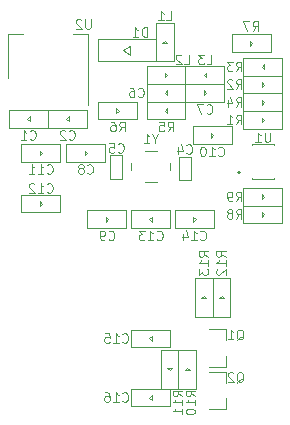
<source format=gbo>
G04 #@! TF.GenerationSoftware,KiCad,Pcbnew,(5.1.10-1-10_14)*
G04 #@! TF.CreationDate,2021-12-01T23:12:48+09:00*
G04 #@! TF.ProjectId,DBG-ESP32,4442472d-4553-4503-9332-2e6b69636164,V1.0*
G04 #@! TF.SameCoordinates,Original*
G04 #@! TF.FileFunction,Legend,Bot*
G04 #@! TF.FilePolarity,Positive*
%FSLAX46Y46*%
G04 Gerber Fmt 4.6, Leading zero omitted, Abs format (unit mm)*
G04 Created by KiCad (PCBNEW (5.1.10-1-10_14)) date 2021-12-01 23:12:48*
%MOMM*%
%LPD*%
G01*
G04 APERTURE LIST*
%ADD10C,0.120000*%
%ADD11C,0.200000*%
G04 APERTURE END LIST*
D10*
X-3850000Y7950000D02*
X-3850000Y6450000D01*
X-7150000Y7950000D02*
X-7150000Y6450000D01*
X-3850000Y7950000D02*
X-7150000Y7950000D01*
X-3850000Y6450000D02*
X-7150000Y6450000D01*
X-5600000Y7400000D02*
X-5600000Y7000000D01*
X-5600000Y7000000D02*
X-5400000Y7200000D01*
X-5400000Y7200000D02*
X-5600000Y7400000D01*
X500000Y4750000D02*
X-500000Y4750000D01*
X-1650000Y5750000D02*
X-1650000Y6350000D01*
X-500000Y7350000D02*
X500000Y7350000D01*
X1650000Y6350000D02*
X1650000Y5750000D01*
X-12110000Y17310000D02*
X-10850000Y17310000D01*
X-5290000Y17310000D02*
X-6550000Y17310000D01*
X-12110000Y13550000D02*
X-12110000Y17310000D01*
X-5290000Y11300000D02*
X-5290000Y17310000D01*
D11*
X7600000Y5550000D02*
G75*
G03*
X7600000Y5550000I-100000J0D01*
G01*
D10*
X10450000Y5100000D02*
X10450000Y5000000D01*
X10450000Y5000000D02*
X8550000Y5000000D01*
X8550000Y5000000D02*
X8550000Y5100000D01*
X8550000Y7900000D02*
X8550000Y8000000D01*
X8550000Y8000000D02*
X10450000Y8000000D01*
X10450000Y8000000D02*
X10450000Y7900000D01*
X3750000Y-3350000D02*
X5250000Y-3350000D01*
X3750000Y-6650000D02*
X5250000Y-6650000D01*
X3750000Y-3350000D02*
X3750000Y-6650000D01*
X5250000Y-3350000D02*
X5250000Y-6650000D01*
X4300000Y-5100000D02*
X4700000Y-5100000D01*
X4700000Y-5100000D02*
X4500000Y-4900000D01*
X4500000Y-4900000D02*
X4300000Y-5100000D01*
X5250000Y-3350000D02*
X6750000Y-3350000D01*
X5250000Y-6650000D02*
X6750000Y-6650000D01*
X5250000Y-3350000D02*
X5250000Y-6650000D01*
X6750000Y-3350000D02*
X6750000Y-6650000D01*
X5800000Y-5100000D02*
X6200000Y-5100000D01*
X6200000Y-5100000D02*
X6000000Y-4900000D01*
X6000000Y-4900000D02*
X5800000Y-5100000D01*
X2350000Y-12750000D02*
X850000Y-12750000D01*
X2350000Y-9450000D02*
X850000Y-9450000D01*
X2350000Y-12750000D02*
X2350000Y-9450000D01*
X850000Y-12750000D02*
X850000Y-9450000D01*
X1800000Y-11000000D02*
X1400000Y-11000000D01*
X1400000Y-11000000D02*
X1600000Y-11200000D01*
X1600000Y-11200000D02*
X1800000Y-11000000D01*
X2350000Y-9450000D02*
X3850000Y-9450000D01*
X2350000Y-12750000D02*
X3850000Y-12750000D01*
X2350000Y-9450000D02*
X2350000Y-12750000D01*
X3850000Y-9450000D02*
X3850000Y-12750000D01*
X2900000Y-11200000D02*
X3300000Y-11200000D01*
X3300000Y-11200000D02*
X3100000Y-11000000D01*
X3100000Y-11000000D02*
X2900000Y-11200000D01*
X11150000Y4250000D02*
X11150000Y2750000D01*
X7850000Y4250000D02*
X7850000Y2750000D01*
X11150000Y4250000D02*
X7850000Y4250000D01*
X11150000Y2750000D02*
X7850000Y2750000D01*
X9400000Y3700000D02*
X9400000Y3300000D01*
X9400000Y3300000D02*
X9600000Y3500000D01*
X9600000Y3500000D02*
X9400000Y3700000D01*
X11150000Y2750000D02*
X11150000Y1250000D01*
X7850000Y2750000D02*
X7850000Y1250000D01*
X11150000Y2750000D02*
X7850000Y2750000D01*
X11150000Y1250000D02*
X7850000Y1250000D01*
X9400000Y2200000D02*
X9400000Y1800000D01*
X9400000Y1800000D02*
X9600000Y2000000D01*
X9600000Y2000000D02*
X9400000Y2200000D01*
X10150000Y17250000D02*
X10150000Y15750000D01*
X6850000Y17250000D02*
X6850000Y15750000D01*
X10150000Y17250000D02*
X6850000Y17250000D01*
X10150000Y15750000D02*
X6850000Y15750000D01*
X8400000Y16700000D02*
X8400000Y16300000D01*
X8400000Y16300000D02*
X8600000Y16500000D01*
X8600000Y16500000D02*
X8400000Y16700000D01*
X-1150000Y11550000D02*
X-1150000Y10050000D01*
X-4450000Y11550000D02*
X-4450000Y10050000D01*
X-1150000Y11550000D02*
X-4450000Y11550000D01*
X-1150000Y10050000D02*
X-4450000Y10050000D01*
X-2900000Y11000000D02*
X-2900000Y10600000D01*
X-2900000Y10600000D02*
X-2700000Y10800000D01*
X-2700000Y10800000D02*
X-2900000Y11000000D01*
X-350000Y10050000D02*
X-350000Y11550000D01*
X2950000Y10050000D02*
X2950000Y11550000D01*
X-350000Y10050000D02*
X2950000Y10050000D01*
X-350000Y11550000D02*
X2950000Y11550000D01*
X1400000Y10600000D02*
X1400000Y11000000D01*
X1400000Y11000000D02*
X1200000Y10800000D01*
X1200000Y10800000D02*
X1400000Y10600000D01*
X11150000Y12250000D02*
X11150000Y10750000D01*
X7850000Y12250000D02*
X7850000Y10750000D01*
X11150000Y12250000D02*
X7850000Y12250000D01*
X11150000Y10750000D02*
X7850000Y10750000D01*
X9400000Y11700000D02*
X9400000Y11300000D01*
X9400000Y11300000D02*
X9600000Y11500000D01*
X9600000Y11500000D02*
X9400000Y11700000D01*
X7850000Y13750000D02*
X7850000Y15250000D01*
X11150000Y13750000D02*
X11150000Y15250000D01*
X7850000Y13750000D02*
X11150000Y13750000D01*
X7850000Y15250000D02*
X11150000Y15250000D01*
X9600000Y14300000D02*
X9600000Y14700000D01*
X9600000Y14700000D02*
X9400000Y14500000D01*
X9400000Y14500000D02*
X9600000Y14300000D01*
X11150000Y13750000D02*
X11150000Y12250000D01*
X7850000Y13750000D02*
X7850000Y12250000D01*
X11150000Y13750000D02*
X7850000Y13750000D01*
X11150000Y12250000D02*
X7850000Y12250000D01*
X9400000Y13200000D02*
X9400000Y12800000D01*
X9400000Y12800000D02*
X9600000Y13000000D01*
X9600000Y13000000D02*
X9400000Y13200000D01*
X11150000Y10750000D02*
X11150000Y9250000D01*
X7850000Y10750000D02*
X7850000Y9250000D01*
X11150000Y10750000D02*
X7850000Y10750000D01*
X11150000Y9250000D02*
X7850000Y9250000D01*
X9400000Y10200000D02*
X9400000Y9800000D01*
X9400000Y9800000D02*
X9600000Y10000000D01*
X9600000Y10000000D02*
X9400000Y10200000D01*
X6360000Y-11320000D02*
X6360000Y-12250000D01*
X6360000Y-14480000D02*
X6360000Y-13550000D01*
X6360000Y-14480000D02*
X4900000Y-14480000D01*
X6360000Y-11320000D02*
X4900000Y-11320000D01*
X6360000Y-7720000D02*
X6360000Y-8650000D01*
X6360000Y-10880000D02*
X6360000Y-9950000D01*
X6360000Y-10880000D02*
X4900000Y-10880000D01*
X6360000Y-7720000D02*
X4900000Y-7720000D01*
X2950000Y13050000D02*
X2950000Y14550000D01*
X6250000Y13050000D02*
X6250000Y14550000D01*
X2950000Y13050000D02*
X6250000Y13050000D01*
X2950000Y14550000D02*
X6250000Y14550000D01*
X4700000Y13600000D02*
X4700000Y14000000D01*
X4700000Y14000000D02*
X4500000Y13800000D01*
X4500000Y13800000D02*
X4700000Y13600000D01*
X2950000Y14550000D02*
X2950000Y13050000D01*
X-350000Y14550000D02*
X-350000Y13050000D01*
X2950000Y14550000D02*
X-350000Y14550000D01*
X2950000Y13050000D02*
X-350000Y13050000D01*
X1200000Y14000000D02*
X1200000Y13600000D01*
X1200000Y13600000D02*
X1400000Y13800000D01*
X1400000Y13800000D02*
X1200000Y14000000D01*
X450000Y18250000D02*
X1950000Y18250000D01*
X450000Y14950000D02*
X1950000Y14950000D01*
X450000Y18250000D02*
X450000Y14950000D01*
X1950000Y18250000D02*
X1950000Y14950000D01*
X1000000Y16500000D02*
X1400000Y16500000D01*
X1400000Y16500000D02*
X1200000Y16700000D01*
X1200000Y16700000D02*
X1000000Y16500000D01*
X-4450000Y14950000D02*
X-4450000Y16850000D01*
X-4450000Y16850000D02*
X450000Y16850000D01*
X-4450000Y14950000D02*
X450000Y14950000D01*
X450000Y14950000D02*
X450000Y16850000D01*
X-1750000Y15500000D02*
X-1750000Y16300000D01*
X-1750000Y16300000D02*
X-2350000Y15900000D01*
X-2350000Y15900000D02*
X-1750000Y15500000D01*
X-1650000Y-14250000D02*
X-1650000Y-12750000D01*
X1650000Y-14250000D02*
X1650000Y-12750000D01*
X-1650000Y-14250000D02*
X1650000Y-14250000D01*
X-1650000Y-12750000D02*
X1650000Y-12750000D01*
X100000Y-13700000D02*
X100000Y-13300000D01*
X100000Y-13300000D02*
X-100000Y-13500000D01*
X-100000Y-13500000D02*
X100000Y-13700000D01*
X-1650000Y-9250000D02*
X-1650000Y-7750000D01*
X1650000Y-9250000D02*
X1650000Y-7750000D01*
X-1650000Y-9250000D02*
X1650000Y-9250000D01*
X-1650000Y-7750000D02*
X1650000Y-7750000D01*
X100000Y-8700000D02*
X100000Y-8300000D01*
X100000Y-8300000D02*
X-100000Y-8500000D01*
X-100000Y-8500000D02*
X100000Y-8700000D01*
X5350000Y2350000D02*
X5350000Y850000D01*
X2050000Y2350000D02*
X2050000Y850000D01*
X5350000Y2350000D02*
X2050000Y2350000D01*
X5350000Y850000D02*
X2050000Y850000D01*
X3600000Y1800000D02*
X3600000Y1400000D01*
X3600000Y1400000D02*
X3800000Y1600000D01*
X3800000Y1600000D02*
X3600000Y1800000D01*
X-1650000Y850000D02*
X-1650000Y2350000D01*
X1650000Y850000D02*
X1650000Y2350000D01*
X-1650000Y850000D02*
X1650000Y850000D01*
X-1650000Y2350000D02*
X1650000Y2350000D01*
X100000Y1400000D02*
X100000Y1800000D01*
X100000Y1800000D02*
X-100000Y1600000D01*
X-100000Y1600000D02*
X100000Y1400000D01*
X-7650000Y3671000D02*
X-7650000Y2171000D01*
X-10950000Y3671000D02*
X-10950000Y2171000D01*
X-7650000Y3671000D02*
X-10950000Y3671000D01*
X-7650000Y2171000D02*
X-10950000Y2171000D01*
X-9400000Y3121000D02*
X-9400000Y2721000D01*
X-9400000Y2721000D02*
X-9200000Y2921000D01*
X-9200000Y2921000D02*
X-9400000Y3121000D01*
X-7650000Y7950000D02*
X-7650000Y6450000D01*
X-10950000Y7950000D02*
X-10950000Y6450000D01*
X-7650000Y7950000D02*
X-10950000Y7950000D01*
X-7650000Y6450000D02*
X-10950000Y6450000D01*
X-9400000Y7400000D02*
X-9400000Y7000000D01*
X-9400000Y7000000D02*
X-9200000Y7200000D01*
X-9200000Y7200000D02*
X-9400000Y7400000D01*
X6850000Y9450000D02*
X6850000Y7950000D01*
X3550000Y9450000D02*
X3550000Y7950000D01*
X6850000Y9450000D02*
X3550000Y9450000D01*
X6850000Y7950000D02*
X3550000Y7950000D01*
X5100000Y8900000D02*
X5100000Y8500000D01*
X5100000Y8500000D02*
X5300000Y8700000D01*
X5300000Y8700000D02*
X5100000Y8900000D01*
X-2050000Y2350000D02*
X-2050000Y850000D01*
X-5350000Y2350000D02*
X-5350000Y850000D01*
X-2050000Y2350000D02*
X-5350000Y2350000D01*
X-2050000Y850000D02*
X-5350000Y850000D01*
X-3800000Y1800000D02*
X-3800000Y1400000D01*
X-3800000Y1400000D02*
X-3600000Y1600000D01*
X-3600000Y1600000D02*
X-3800000Y1800000D01*
X6250000Y13050000D02*
X6250000Y11550000D01*
X2950000Y13050000D02*
X2950000Y11550000D01*
X6250000Y13050000D02*
X2950000Y13050000D01*
X6250000Y11550000D02*
X2950000Y11550000D01*
X4500000Y12500000D02*
X4500000Y12100000D01*
X4500000Y12100000D02*
X4700000Y12300000D01*
X4700000Y12300000D02*
X4500000Y12500000D01*
X-350000Y11550000D02*
X-350000Y13050000D01*
X2950000Y11550000D02*
X2950000Y13050000D01*
X-350000Y11550000D02*
X2950000Y11550000D01*
X-350000Y13050000D02*
X2950000Y13050000D01*
X1400000Y12100000D02*
X1400000Y12500000D01*
X1400000Y12500000D02*
X1200000Y12300000D01*
X1200000Y12300000D02*
X1400000Y12100000D01*
X-3400000Y7000000D02*
X-3400000Y5000000D01*
X-2400000Y7000000D02*
X-2400000Y5000000D01*
X-2400000Y7000000D02*
X-3400000Y7000000D01*
X-2400000Y5000000D02*
X-3400000Y5000000D01*
X3400000Y4900000D02*
X3400000Y6900000D01*
X2400000Y4900000D02*
X2400000Y6900000D01*
X2400000Y4900000D02*
X3400000Y4900000D01*
X2400000Y6900000D02*
X3400000Y6900000D01*
X-8700000Y9350000D02*
X-8700000Y10850000D01*
X-5400000Y9350000D02*
X-5400000Y10850000D01*
X-8700000Y9350000D02*
X-5400000Y9350000D01*
X-8700000Y10850000D02*
X-5400000Y10850000D01*
X-6950000Y9900000D02*
X-6950000Y10300000D01*
X-6950000Y10300000D02*
X-7150000Y10100000D01*
X-7150000Y10100000D02*
X-6950000Y9900000D01*
X-12000000Y9350000D02*
X-12000000Y10850000D01*
X-8700000Y9350000D02*
X-8700000Y10850000D01*
X-12000000Y9350000D02*
X-8700000Y9350000D01*
X-12000000Y10850000D02*
X-8700000Y10850000D01*
X-10250000Y9900000D02*
X-10250000Y10300000D01*
X-10250000Y10300000D02*
X-10450000Y10100000D01*
X-10450000Y10100000D02*
X-10250000Y9900000D01*
X-5366666Y5514285D02*
X-5328571Y5476190D01*
X-5214285Y5438095D01*
X-5138095Y5438095D01*
X-5023809Y5476190D01*
X-4947619Y5552380D01*
X-4909523Y5628571D01*
X-4871428Y5780952D01*
X-4871428Y5895238D01*
X-4909523Y6047619D01*
X-4947619Y6123809D01*
X-5023809Y6200000D01*
X-5138095Y6238095D01*
X-5214285Y6238095D01*
X-5328571Y6200000D01*
X-5366666Y6161904D01*
X-5823809Y5895238D02*
X-5747619Y5933333D01*
X-5709523Y5971428D01*
X-5671428Y6047619D01*
X-5671428Y6085714D01*
X-5709523Y6161904D01*
X-5747619Y6200000D01*
X-5823809Y6238095D01*
X-5976190Y6238095D01*
X-6052380Y6200000D01*
X-6090476Y6161904D01*
X-6128571Y6085714D01*
X-6128571Y6047619D01*
X-6090476Y5971428D01*
X-6052380Y5933333D01*
X-5976190Y5895238D01*
X-5823809Y5895238D01*
X-5747619Y5857142D01*
X-5709523Y5819047D01*
X-5671428Y5742857D01*
X-5671428Y5590476D01*
X-5709523Y5514285D01*
X-5747619Y5476190D01*
X-5823809Y5438095D01*
X-5976190Y5438095D01*
X-6052380Y5476190D01*
X-6090476Y5514285D01*
X-6128571Y5590476D01*
X-6128571Y5742857D01*
X-6090476Y5819047D01*
X-6052380Y5857142D01*
X-5976190Y5895238D01*
X380952Y8419047D02*
X380952Y8038095D01*
X647619Y8838095D02*
X380952Y8419047D01*
X114285Y8838095D01*
X-571428Y8038095D02*
X-114285Y8038095D01*
X-342857Y8038095D02*
X-342857Y8838095D01*
X-266666Y8723809D01*
X-190476Y8647619D01*
X-114285Y8609523D01*
X-5090476Y18538095D02*
X-5090476Y17890476D01*
X-5128571Y17814285D01*
X-5166666Y17776190D01*
X-5242857Y17738095D01*
X-5395238Y17738095D01*
X-5471428Y17776190D01*
X-5509523Y17814285D01*
X-5547619Y17890476D01*
X-5547619Y18538095D01*
X-5890476Y18461904D02*
X-5928571Y18500000D01*
X-6004761Y18538095D01*
X-6195238Y18538095D01*
X-6271428Y18500000D01*
X-6309523Y18461904D01*
X-6347619Y18385714D01*
X-6347619Y18309523D01*
X-6309523Y18195238D01*
X-5852380Y17738095D01*
X-6347619Y17738095D01*
X10109523Y8938095D02*
X10109523Y8290476D01*
X10071428Y8214285D01*
X10033333Y8176190D01*
X9957142Y8138095D01*
X9804761Y8138095D01*
X9728571Y8176190D01*
X9690476Y8214285D01*
X9652380Y8290476D01*
X9652380Y8938095D01*
X8852380Y8138095D02*
X9309523Y8138095D01*
X9080952Y8138095D02*
X9080952Y8938095D01*
X9157142Y8823809D01*
X9233333Y8747619D01*
X9309523Y8709523D01*
X4861904Y-1585714D02*
X4480952Y-1319047D01*
X4861904Y-1128571D02*
X4061904Y-1128571D01*
X4061904Y-1433333D01*
X4100000Y-1509523D01*
X4138095Y-1547619D01*
X4214285Y-1585714D01*
X4328571Y-1585714D01*
X4404761Y-1547619D01*
X4442857Y-1509523D01*
X4480952Y-1433333D01*
X4480952Y-1128571D01*
X4861904Y-2347619D02*
X4861904Y-1890476D01*
X4861904Y-2119047D02*
X4061904Y-2119047D01*
X4176190Y-2042857D01*
X4252380Y-1966666D01*
X4290476Y-1890476D01*
X4061904Y-2614285D02*
X4061904Y-3109523D01*
X4366666Y-2842857D01*
X4366666Y-2957142D01*
X4404761Y-3033333D01*
X4442857Y-3071428D01*
X4519047Y-3109523D01*
X4709523Y-3109523D01*
X4785714Y-3071428D01*
X4823809Y-3033333D01*
X4861904Y-2957142D01*
X4861904Y-2728571D01*
X4823809Y-2652380D01*
X4785714Y-2614285D01*
X6361904Y-1585714D02*
X5980952Y-1319047D01*
X6361904Y-1128571D02*
X5561904Y-1128571D01*
X5561904Y-1433333D01*
X5600000Y-1509523D01*
X5638095Y-1547619D01*
X5714285Y-1585714D01*
X5828571Y-1585714D01*
X5904761Y-1547619D01*
X5942857Y-1509523D01*
X5980952Y-1433333D01*
X5980952Y-1128571D01*
X6361904Y-2347619D02*
X6361904Y-1890476D01*
X6361904Y-2119047D02*
X5561904Y-2119047D01*
X5676190Y-2042857D01*
X5752380Y-1966666D01*
X5790476Y-1890476D01*
X5638095Y-2652380D02*
X5600000Y-2690476D01*
X5561904Y-2766666D01*
X5561904Y-2957142D01*
X5600000Y-3033333D01*
X5638095Y-3071428D01*
X5714285Y-3109523D01*
X5790476Y-3109523D01*
X5904761Y-3071428D01*
X6361904Y-2614285D01*
X6361904Y-3109523D01*
X2661904Y-13385714D02*
X2280952Y-13119047D01*
X2661904Y-12928571D02*
X1861904Y-12928571D01*
X1861904Y-13233333D01*
X1900000Y-13309523D01*
X1938095Y-13347619D01*
X2014285Y-13385714D01*
X2128571Y-13385714D01*
X2204761Y-13347619D01*
X2242857Y-13309523D01*
X2280952Y-13233333D01*
X2280952Y-12928571D01*
X2661904Y-14147619D02*
X2661904Y-13690476D01*
X2661904Y-13919047D02*
X1861904Y-13919047D01*
X1976190Y-13842857D01*
X2052380Y-13766666D01*
X2090476Y-13690476D01*
X2661904Y-14909523D02*
X2661904Y-14452380D01*
X2661904Y-14680952D02*
X1861904Y-14680952D01*
X1976190Y-14604761D01*
X2052380Y-14528571D01*
X2090476Y-14452380D01*
X3761904Y-13385714D02*
X3380952Y-13119047D01*
X3761904Y-12928571D02*
X2961904Y-12928571D01*
X2961904Y-13233333D01*
X3000000Y-13309523D01*
X3038095Y-13347619D01*
X3114285Y-13385714D01*
X3228571Y-13385714D01*
X3304761Y-13347619D01*
X3342857Y-13309523D01*
X3380952Y-13233333D01*
X3380952Y-12928571D01*
X3761904Y-14147619D02*
X3761904Y-13690476D01*
X3761904Y-13919047D02*
X2961904Y-13919047D01*
X3076190Y-13842857D01*
X3152380Y-13766666D01*
X3190476Y-13690476D01*
X2961904Y-14642857D02*
X2961904Y-14719047D01*
X3000000Y-14795238D01*
X3038095Y-14833333D01*
X3114285Y-14871428D01*
X3266666Y-14909523D01*
X3457142Y-14909523D01*
X3609523Y-14871428D01*
X3685714Y-14833333D01*
X3723809Y-14795238D01*
X3761904Y-14719047D01*
X3761904Y-14642857D01*
X3723809Y-14566666D01*
X3685714Y-14528571D01*
X3609523Y-14490476D01*
X3457142Y-14452380D01*
X3266666Y-14452380D01*
X3114285Y-14490476D01*
X3038095Y-14528571D01*
X3000000Y-14566666D01*
X2961904Y-14642857D01*
X7233333Y3138095D02*
X7500000Y3519047D01*
X7690476Y3138095D02*
X7690476Y3938095D01*
X7385714Y3938095D01*
X7309523Y3900000D01*
X7271428Y3861904D01*
X7233333Y3785714D01*
X7233333Y3671428D01*
X7271428Y3595238D01*
X7309523Y3557142D01*
X7385714Y3519047D01*
X7690476Y3519047D01*
X6852380Y3138095D02*
X6700000Y3138095D01*
X6623809Y3176190D01*
X6585714Y3214285D01*
X6509523Y3328571D01*
X6471428Y3480952D01*
X6471428Y3785714D01*
X6509523Y3861904D01*
X6547619Y3900000D01*
X6623809Y3938095D01*
X6776190Y3938095D01*
X6852380Y3900000D01*
X6890476Y3861904D01*
X6928571Y3785714D01*
X6928571Y3595238D01*
X6890476Y3519047D01*
X6852380Y3480952D01*
X6776190Y3442857D01*
X6623809Y3442857D01*
X6547619Y3480952D01*
X6509523Y3519047D01*
X6471428Y3595238D01*
X7233333Y1638095D02*
X7500000Y2019047D01*
X7690476Y1638095D02*
X7690476Y2438095D01*
X7385714Y2438095D01*
X7309523Y2400000D01*
X7271428Y2361904D01*
X7233333Y2285714D01*
X7233333Y2171428D01*
X7271428Y2095238D01*
X7309523Y2057142D01*
X7385714Y2019047D01*
X7690476Y2019047D01*
X6776190Y2095238D02*
X6852380Y2133333D01*
X6890476Y2171428D01*
X6928571Y2247619D01*
X6928571Y2285714D01*
X6890476Y2361904D01*
X6852380Y2400000D01*
X6776190Y2438095D01*
X6623809Y2438095D01*
X6547619Y2400000D01*
X6509523Y2361904D01*
X6471428Y2285714D01*
X6471428Y2247619D01*
X6509523Y2171428D01*
X6547619Y2133333D01*
X6623809Y2095238D01*
X6776190Y2095238D01*
X6852380Y2057142D01*
X6890476Y2019047D01*
X6928571Y1942857D01*
X6928571Y1790476D01*
X6890476Y1714285D01*
X6852380Y1676190D01*
X6776190Y1638095D01*
X6623809Y1638095D01*
X6547619Y1676190D01*
X6509523Y1714285D01*
X6471428Y1790476D01*
X6471428Y1942857D01*
X6509523Y2019047D01*
X6547619Y2057142D01*
X6623809Y2095238D01*
X8633333Y17538095D02*
X8900000Y17919047D01*
X9090476Y17538095D02*
X9090476Y18338095D01*
X8785714Y18338095D01*
X8709523Y18300000D01*
X8671428Y18261904D01*
X8633333Y18185714D01*
X8633333Y18071428D01*
X8671428Y17995238D01*
X8709523Y17957142D01*
X8785714Y17919047D01*
X9090476Y17919047D01*
X8366666Y18338095D02*
X7833333Y18338095D01*
X8176190Y17538095D01*
X-2666666Y9038095D02*
X-2400000Y9419047D01*
X-2209523Y9038095D02*
X-2209523Y9838095D01*
X-2514285Y9838095D01*
X-2590476Y9800000D01*
X-2628571Y9761904D01*
X-2666666Y9685714D01*
X-2666666Y9571428D01*
X-2628571Y9495238D01*
X-2590476Y9457142D01*
X-2514285Y9419047D01*
X-2209523Y9419047D01*
X-3352380Y9838095D02*
X-3200000Y9838095D01*
X-3123809Y9800000D01*
X-3085714Y9761904D01*
X-3009523Y9647619D01*
X-2971428Y9495238D01*
X-2971428Y9190476D01*
X-3009523Y9114285D01*
X-3047619Y9076190D01*
X-3123809Y9038095D01*
X-3276190Y9038095D01*
X-3352380Y9076190D01*
X-3390476Y9114285D01*
X-3428571Y9190476D01*
X-3428571Y9380952D01*
X-3390476Y9457142D01*
X-3352380Y9495238D01*
X-3276190Y9533333D01*
X-3123809Y9533333D01*
X-3047619Y9495238D01*
X-3009523Y9457142D01*
X-2971428Y9380952D01*
X1433333Y9038095D02*
X1700000Y9419047D01*
X1890476Y9038095D02*
X1890476Y9838095D01*
X1585714Y9838095D01*
X1509523Y9800000D01*
X1471428Y9761904D01*
X1433333Y9685714D01*
X1433333Y9571428D01*
X1471428Y9495238D01*
X1509523Y9457142D01*
X1585714Y9419047D01*
X1890476Y9419047D01*
X709523Y9838095D02*
X1090476Y9838095D01*
X1128571Y9457142D01*
X1090476Y9495238D01*
X1014285Y9533333D01*
X823809Y9533333D01*
X747619Y9495238D01*
X709523Y9457142D01*
X671428Y9380952D01*
X671428Y9190476D01*
X709523Y9114285D01*
X747619Y9076190D01*
X823809Y9038095D01*
X1014285Y9038095D01*
X1090476Y9076190D01*
X1128571Y9114285D01*
X7233333Y11138095D02*
X7500000Y11519047D01*
X7690476Y11138095D02*
X7690476Y11938095D01*
X7385714Y11938095D01*
X7309523Y11900000D01*
X7271428Y11861904D01*
X7233333Y11785714D01*
X7233333Y11671428D01*
X7271428Y11595238D01*
X7309523Y11557142D01*
X7385714Y11519047D01*
X7690476Y11519047D01*
X6547619Y11671428D02*
X6547619Y11138095D01*
X6738095Y11976190D02*
X6928571Y11404761D01*
X6433333Y11404761D01*
X7233333Y14138095D02*
X7500000Y14519047D01*
X7690476Y14138095D02*
X7690476Y14938095D01*
X7385714Y14938095D01*
X7309523Y14900000D01*
X7271428Y14861904D01*
X7233333Y14785714D01*
X7233333Y14671428D01*
X7271428Y14595238D01*
X7309523Y14557142D01*
X7385714Y14519047D01*
X7690476Y14519047D01*
X6966666Y14938095D02*
X6471428Y14938095D01*
X6738095Y14633333D01*
X6623809Y14633333D01*
X6547619Y14595238D01*
X6509523Y14557142D01*
X6471428Y14480952D01*
X6471428Y14290476D01*
X6509523Y14214285D01*
X6547619Y14176190D01*
X6623809Y14138095D01*
X6852380Y14138095D01*
X6928571Y14176190D01*
X6966666Y14214285D01*
X7233333Y12638095D02*
X7500000Y13019047D01*
X7690476Y12638095D02*
X7690476Y13438095D01*
X7385714Y13438095D01*
X7309523Y13400000D01*
X7271428Y13361904D01*
X7233333Y13285714D01*
X7233333Y13171428D01*
X7271428Y13095238D01*
X7309523Y13057142D01*
X7385714Y13019047D01*
X7690476Y13019047D01*
X6928571Y13361904D02*
X6890476Y13400000D01*
X6814285Y13438095D01*
X6623809Y13438095D01*
X6547619Y13400000D01*
X6509523Y13361904D01*
X6471428Y13285714D01*
X6471428Y13209523D01*
X6509523Y13095238D01*
X6966666Y12638095D01*
X6471428Y12638095D01*
X7233333Y9638095D02*
X7500000Y10019047D01*
X7690476Y9638095D02*
X7690476Y10438095D01*
X7385714Y10438095D01*
X7309523Y10400000D01*
X7271428Y10361904D01*
X7233333Y10285714D01*
X7233333Y10171428D01*
X7271428Y10095238D01*
X7309523Y10057142D01*
X7385714Y10019047D01*
X7690476Y10019047D01*
X6471428Y9638095D02*
X6928571Y9638095D01*
X6700000Y9638095D02*
X6700000Y10438095D01*
X6776190Y10323809D01*
X6852380Y10247619D01*
X6928571Y10209523D01*
X7276190Y-12238095D02*
X7352380Y-12200000D01*
X7428571Y-12123809D01*
X7542857Y-12009523D01*
X7619047Y-11971428D01*
X7695238Y-11971428D01*
X7657142Y-12161904D02*
X7733333Y-12123809D01*
X7809523Y-12047619D01*
X7847619Y-11895238D01*
X7847619Y-11628571D01*
X7809523Y-11476190D01*
X7733333Y-11400000D01*
X7657142Y-11361904D01*
X7504761Y-11361904D01*
X7428571Y-11400000D01*
X7352380Y-11476190D01*
X7314285Y-11628571D01*
X7314285Y-11895238D01*
X7352380Y-12047619D01*
X7428571Y-12123809D01*
X7504761Y-12161904D01*
X7657142Y-12161904D01*
X7009523Y-11438095D02*
X6971428Y-11400000D01*
X6895238Y-11361904D01*
X6704761Y-11361904D01*
X6628571Y-11400000D01*
X6590476Y-11438095D01*
X6552380Y-11514285D01*
X6552380Y-11590476D01*
X6590476Y-11704761D01*
X7047619Y-12161904D01*
X6552380Y-12161904D01*
X7276190Y-8638095D02*
X7352380Y-8600000D01*
X7428571Y-8523809D01*
X7542857Y-8409523D01*
X7619047Y-8371428D01*
X7695238Y-8371428D01*
X7657142Y-8561904D02*
X7733333Y-8523809D01*
X7809523Y-8447619D01*
X7847619Y-8295238D01*
X7847619Y-8028571D01*
X7809523Y-7876190D01*
X7733333Y-7800000D01*
X7657142Y-7761904D01*
X7504761Y-7761904D01*
X7428571Y-7800000D01*
X7352380Y-7876190D01*
X7314285Y-8028571D01*
X7314285Y-8295238D01*
X7352380Y-8447619D01*
X7428571Y-8523809D01*
X7504761Y-8561904D01*
X7657142Y-8561904D01*
X6552380Y-8561904D02*
X7009523Y-8561904D01*
X6780952Y-8561904D02*
X6780952Y-7761904D01*
X6857142Y-7876190D01*
X6933333Y-7952380D01*
X7009523Y-7990476D01*
X4733333Y14738095D02*
X5114285Y14738095D01*
X5114285Y15538095D01*
X4542857Y15538095D02*
X4047619Y15538095D01*
X4314285Y15233333D01*
X4200000Y15233333D01*
X4123809Y15195238D01*
X4085714Y15157142D01*
X4047619Y15080952D01*
X4047619Y14890476D01*
X4085714Y14814285D01*
X4123809Y14776190D01*
X4200000Y14738095D01*
X4428571Y14738095D01*
X4504761Y14776190D01*
X4542857Y14814285D01*
X2833333Y14738095D02*
X3214285Y14738095D01*
X3214285Y15538095D01*
X2604761Y15461904D02*
X2566666Y15500000D01*
X2490476Y15538095D01*
X2300000Y15538095D01*
X2223809Y15500000D01*
X2185714Y15461904D01*
X2147619Y15385714D01*
X2147619Y15309523D01*
X2185714Y15195238D01*
X2642857Y14738095D01*
X2147619Y14738095D01*
X1333333Y18438095D02*
X1714285Y18438095D01*
X1714285Y19238095D01*
X647619Y18438095D02*
X1104761Y18438095D01*
X876190Y18438095D02*
X876190Y19238095D01*
X952380Y19123809D01*
X1028571Y19047619D01*
X1104761Y19009523D01*
X-309523Y17038095D02*
X-309523Y17838095D01*
X-500000Y17838095D01*
X-614285Y17800000D01*
X-690476Y17723809D01*
X-728571Y17647619D01*
X-766666Y17495238D01*
X-766666Y17380952D01*
X-728571Y17228571D01*
X-690476Y17152380D01*
X-614285Y17076190D01*
X-500000Y17038095D01*
X-309523Y17038095D01*
X-1528571Y17038095D02*
X-1071428Y17038095D01*
X-1300000Y17038095D02*
X-1300000Y17838095D01*
X-1223809Y17723809D01*
X-1147619Y17647619D01*
X-1071428Y17609523D01*
X-2385714Y-13785714D02*
X-2347619Y-13823809D01*
X-2233333Y-13861904D01*
X-2157142Y-13861904D01*
X-2042857Y-13823809D01*
X-1966666Y-13747619D01*
X-1928571Y-13671428D01*
X-1890476Y-13519047D01*
X-1890476Y-13404761D01*
X-1928571Y-13252380D01*
X-1966666Y-13176190D01*
X-2042857Y-13100000D01*
X-2157142Y-13061904D01*
X-2233333Y-13061904D01*
X-2347619Y-13100000D01*
X-2385714Y-13138095D01*
X-3147619Y-13861904D02*
X-2690476Y-13861904D01*
X-2919047Y-13861904D02*
X-2919047Y-13061904D01*
X-2842857Y-13176190D01*
X-2766666Y-13252380D01*
X-2690476Y-13290476D01*
X-3833333Y-13061904D02*
X-3680952Y-13061904D01*
X-3604761Y-13100000D01*
X-3566666Y-13138095D01*
X-3490476Y-13252380D01*
X-3452380Y-13404761D01*
X-3452380Y-13709523D01*
X-3490476Y-13785714D01*
X-3528571Y-13823809D01*
X-3604761Y-13861904D01*
X-3757142Y-13861904D01*
X-3833333Y-13823809D01*
X-3871428Y-13785714D01*
X-3909523Y-13709523D01*
X-3909523Y-13519047D01*
X-3871428Y-13442857D01*
X-3833333Y-13404761D01*
X-3757142Y-13366666D01*
X-3604761Y-13366666D01*
X-3528571Y-13404761D01*
X-3490476Y-13442857D01*
X-3452380Y-13519047D01*
X-2385714Y-8785714D02*
X-2347619Y-8823809D01*
X-2233333Y-8861904D01*
X-2157142Y-8861904D01*
X-2042857Y-8823809D01*
X-1966666Y-8747619D01*
X-1928571Y-8671428D01*
X-1890476Y-8519047D01*
X-1890476Y-8404761D01*
X-1928571Y-8252380D01*
X-1966666Y-8176190D01*
X-2042857Y-8100000D01*
X-2157142Y-8061904D01*
X-2233333Y-8061904D01*
X-2347619Y-8100000D01*
X-2385714Y-8138095D01*
X-3147619Y-8861904D02*
X-2690476Y-8861904D01*
X-2919047Y-8861904D02*
X-2919047Y-8061904D01*
X-2842857Y-8176190D01*
X-2766666Y-8252380D01*
X-2690476Y-8290476D01*
X-3871428Y-8061904D02*
X-3490476Y-8061904D01*
X-3452380Y-8442857D01*
X-3490476Y-8404761D01*
X-3566666Y-8366666D01*
X-3757142Y-8366666D01*
X-3833333Y-8404761D01*
X-3871428Y-8442857D01*
X-3909523Y-8519047D01*
X-3909523Y-8709523D01*
X-3871428Y-8785714D01*
X-3833333Y-8823809D01*
X-3757142Y-8861904D01*
X-3566666Y-8861904D01*
X-3490476Y-8823809D01*
X-3452380Y-8785714D01*
X4214285Y-85714D02*
X4252380Y-123809D01*
X4366666Y-161904D01*
X4442857Y-161904D01*
X4557142Y-123809D01*
X4633333Y-47619D01*
X4671428Y28571D01*
X4709523Y180952D01*
X4709523Y295238D01*
X4671428Y447619D01*
X4633333Y523809D01*
X4557142Y600000D01*
X4442857Y638095D01*
X4366666Y638095D01*
X4252380Y600000D01*
X4214285Y561904D01*
X3452380Y-161904D02*
X3909523Y-161904D01*
X3680952Y-161904D02*
X3680952Y638095D01*
X3757142Y523809D01*
X3833333Y447619D01*
X3909523Y409523D01*
X2766666Y371428D02*
X2766666Y-161904D01*
X2957142Y676190D02*
X3147619Y104761D01*
X2652380Y104761D01*
X514285Y-85714D02*
X552380Y-123809D01*
X666666Y-161904D01*
X742857Y-161904D01*
X857142Y-123809D01*
X933333Y-47619D01*
X971428Y28571D01*
X1009523Y180952D01*
X1009523Y295238D01*
X971428Y447619D01*
X933333Y523809D01*
X857142Y600000D01*
X742857Y638095D01*
X666666Y638095D01*
X552380Y600000D01*
X514285Y561904D01*
X-247619Y-161904D02*
X209523Y-161904D01*
X-19047Y-161904D02*
X-19047Y638095D01*
X57142Y523809D01*
X133333Y447619D01*
X209523Y409523D01*
X-514285Y638095D02*
X-1009523Y638095D01*
X-742857Y333333D01*
X-857142Y333333D01*
X-933333Y295238D01*
X-971428Y257142D01*
X-1009523Y180952D01*
X-1009523Y-9523D01*
X-971428Y-85714D01*
X-933333Y-123809D01*
X-857142Y-161904D01*
X-628571Y-161904D01*
X-552380Y-123809D01*
X-514285Y-85714D01*
X-8785714Y3914285D02*
X-8747619Y3876190D01*
X-8633333Y3838095D01*
X-8557142Y3838095D01*
X-8442857Y3876190D01*
X-8366666Y3952380D01*
X-8328571Y4028571D01*
X-8290476Y4180952D01*
X-8290476Y4295238D01*
X-8328571Y4447619D01*
X-8366666Y4523809D01*
X-8442857Y4600000D01*
X-8557142Y4638095D01*
X-8633333Y4638095D01*
X-8747619Y4600000D01*
X-8785714Y4561904D01*
X-9547619Y3838095D02*
X-9090476Y3838095D01*
X-9319047Y3838095D02*
X-9319047Y4638095D01*
X-9242857Y4523809D01*
X-9166666Y4447619D01*
X-9090476Y4409523D01*
X-9852380Y4561904D02*
X-9890476Y4600000D01*
X-9966666Y4638095D01*
X-10157142Y4638095D01*
X-10233333Y4600000D01*
X-10271428Y4561904D01*
X-10309523Y4485714D01*
X-10309523Y4409523D01*
X-10271428Y4295238D01*
X-9814285Y3838095D01*
X-10309523Y3838095D01*
X-8785714Y5514285D02*
X-8747619Y5476190D01*
X-8633333Y5438095D01*
X-8557142Y5438095D01*
X-8442857Y5476190D01*
X-8366666Y5552380D01*
X-8328571Y5628571D01*
X-8290476Y5780952D01*
X-8290476Y5895238D01*
X-8328571Y6047619D01*
X-8366666Y6123809D01*
X-8442857Y6200000D01*
X-8557142Y6238095D01*
X-8633333Y6238095D01*
X-8747619Y6200000D01*
X-8785714Y6161904D01*
X-9547619Y5438095D02*
X-9090476Y5438095D01*
X-9319047Y5438095D02*
X-9319047Y6238095D01*
X-9242857Y6123809D01*
X-9166666Y6047619D01*
X-9090476Y6009523D01*
X-10309523Y5438095D02*
X-9852380Y5438095D01*
X-10080952Y5438095D02*
X-10080952Y6238095D01*
X-10004761Y6123809D01*
X-9928571Y6047619D01*
X-9852380Y6009523D01*
X5714285Y7014285D02*
X5752380Y6976190D01*
X5866666Y6938095D01*
X5942857Y6938095D01*
X6057142Y6976190D01*
X6133333Y7052380D01*
X6171428Y7128571D01*
X6209523Y7280952D01*
X6209523Y7395238D01*
X6171428Y7547619D01*
X6133333Y7623809D01*
X6057142Y7700000D01*
X5942857Y7738095D01*
X5866666Y7738095D01*
X5752380Y7700000D01*
X5714285Y7661904D01*
X4952380Y6938095D02*
X5409523Y6938095D01*
X5180952Y6938095D02*
X5180952Y7738095D01*
X5257142Y7623809D01*
X5333333Y7547619D01*
X5409523Y7509523D01*
X4457142Y7738095D02*
X4380952Y7738095D01*
X4304761Y7700000D01*
X4266666Y7661904D01*
X4228571Y7585714D01*
X4190476Y7433333D01*
X4190476Y7242857D01*
X4228571Y7090476D01*
X4266666Y7014285D01*
X4304761Y6976190D01*
X4380952Y6938095D01*
X4457142Y6938095D01*
X4533333Y6976190D01*
X4571428Y7014285D01*
X4609523Y7090476D01*
X4647619Y7242857D01*
X4647619Y7433333D01*
X4609523Y7585714D01*
X4571428Y7661904D01*
X4533333Y7700000D01*
X4457142Y7738095D01*
X-3566666Y-85714D02*
X-3528571Y-123809D01*
X-3414285Y-161904D01*
X-3338095Y-161904D01*
X-3223809Y-123809D01*
X-3147619Y-47619D01*
X-3109523Y28571D01*
X-3071428Y180952D01*
X-3071428Y295238D01*
X-3109523Y447619D01*
X-3147619Y523809D01*
X-3223809Y600000D01*
X-3338095Y638095D01*
X-3414285Y638095D01*
X-3528571Y600000D01*
X-3566666Y561904D01*
X-3947619Y-161904D02*
X-4099999Y-161904D01*
X-4176190Y-123809D01*
X-4214285Y-85714D01*
X-4290476Y28571D01*
X-4328571Y180952D01*
X-4328571Y485714D01*
X-4290476Y561904D01*
X-4252380Y600000D01*
X-4176190Y638095D01*
X-4023809Y638095D01*
X-3947619Y600000D01*
X-3909523Y561904D01*
X-3871428Y485714D01*
X-3871428Y295238D01*
X-3909523Y219047D01*
X-3947619Y180952D01*
X-4023809Y142857D01*
X-4176190Y142857D01*
X-4252380Y180952D01*
X-4290476Y219047D01*
X-4328571Y295238D01*
X4733333Y10614285D02*
X4771428Y10576190D01*
X4885714Y10538095D01*
X4961904Y10538095D01*
X5076190Y10576190D01*
X5152380Y10652380D01*
X5190476Y10728571D01*
X5228571Y10880952D01*
X5228571Y10995238D01*
X5190476Y11147619D01*
X5152380Y11223809D01*
X5076190Y11300000D01*
X4961904Y11338095D01*
X4885714Y11338095D01*
X4771428Y11300000D01*
X4733333Y11261904D01*
X4466666Y11338095D02*
X3933333Y11338095D01*
X4276190Y10538095D01*
X-1066666Y12014285D02*
X-1028571Y11976190D01*
X-914285Y11938095D01*
X-838095Y11938095D01*
X-723809Y11976190D01*
X-647619Y12052380D01*
X-609523Y12128571D01*
X-571428Y12280952D01*
X-571428Y12395238D01*
X-609523Y12547619D01*
X-647619Y12623809D01*
X-723809Y12700000D01*
X-838095Y12738095D01*
X-914285Y12738095D01*
X-1028571Y12700000D01*
X-1066666Y12661904D01*
X-1752380Y12738095D02*
X-1600000Y12738095D01*
X-1523809Y12700000D01*
X-1485714Y12661904D01*
X-1409523Y12547619D01*
X-1371428Y12395238D01*
X-1371428Y12090476D01*
X-1409523Y12014285D01*
X-1447619Y11976190D01*
X-1523809Y11938095D01*
X-1676190Y11938095D01*
X-1752380Y11976190D01*
X-1790476Y12014285D01*
X-1828571Y12090476D01*
X-1828571Y12280952D01*
X-1790476Y12357142D01*
X-1752380Y12395238D01*
X-1676190Y12433333D01*
X-1523809Y12433333D01*
X-1447619Y12395238D01*
X-1409523Y12357142D01*
X-1371428Y12280952D01*
X-2766666Y7314285D02*
X-2728571Y7276190D01*
X-2614285Y7238095D01*
X-2538095Y7238095D01*
X-2423809Y7276190D01*
X-2347619Y7352380D01*
X-2309523Y7428571D01*
X-2271428Y7580952D01*
X-2271428Y7695238D01*
X-2309523Y7847619D01*
X-2347619Y7923809D01*
X-2423809Y8000000D01*
X-2538095Y8038095D01*
X-2614285Y8038095D01*
X-2728571Y8000000D01*
X-2766666Y7961904D01*
X-3490476Y8038095D02*
X-3109523Y8038095D01*
X-3071428Y7657142D01*
X-3109523Y7695238D01*
X-3185714Y7733333D01*
X-3376190Y7733333D01*
X-3452380Y7695238D01*
X-3490476Y7657142D01*
X-3528571Y7580952D01*
X-3528571Y7390476D01*
X-3490476Y7314285D01*
X-3452380Y7276190D01*
X-3376190Y7238095D01*
X-3185714Y7238095D01*
X-3109523Y7276190D01*
X-3071428Y7314285D01*
X3033333Y7214285D02*
X3071428Y7176190D01*
X3185714Y7138095D01*
X3261904Y7138095D01*
X3376190Y7176190D01*
X3452380Y7252380D01*
X3490476Y7328571D01*
X3528571Y7480952D01*
X3528571Y7595238D01*
X3490476Y7747619D01*
X3452380Y7823809D01*
X3376190Y7900000D01*
X3261904Y7938095D01*
X3185714Y7938095D01*
X3071428Y7900000D01*
X3033333Y7861904D01*
X2347619Y7671428D02*
X2347619Y7138095D01*
X2538095Y7976190D02*
X2728571Y7404761D01*
X2233333Y7404761D01*
X-6916666Y8414285D02*
X-6878571Y8376190D01*
X-6764285Y8338095D01*
X-6688095Y8338095D01*
X-6573809Y8376190D01*
X-6497619Y8452380D01*
X-6459523Y8528571D01*
X-6421428Y8680952D01*
X-6421428Y8795238D01*
X-6459523Y8947619D01*
X-6497619Y9023809D01*
X-6573809Y9100000D01*
X-6688095Y9138095D01*
X-6764285Y9138095D01*
X-6878571Y9100000D01*
X-6916666Y9061904D01*
X-7221428Y9061904D02*
X-7259523Y9100000D01*
X-7335714Y9138095D01*
X-7526190Y9138095D01*
X-7602380Y9100000D01*
X-7640476Y9061904D01*
X-7678571Y8985714D01*
X-7678571Y8909523D01*
X-7640476Y8795238D01*
X-7183333Y8338095D01*
X-7678571Y8338095D01*
X-10216666Y8414285D02*
X-10178571Y8376190D01*
X-10064285Y8338095D01*
X-9988095Y8338095D01*
X-9873809Y8376190D01*
X-9797619Y8452380D01*
X-9759523Y8528571D01*
X-9721428Y8680952D01*
X-9721428Y8795238D01*
X-9759523Y8947619D01*
X-9797619Y9023809D01*
X-9873809Y9100000D01*
X-9988095Y9138095D01*
X-10064285Y9138095D01*
X-10178571Y9100000D01*
X-10216666Y9061904D01*
X-10978571Y8338095D02*
X-10521428Y8338095D01*
X-10750000Y8338095D02*
X-10750000Y9138095D01*
X-10673809Y9023809D01*
X-10597619Y8947619D01*
X-10521428Y8909523D01*
M02*

</source>
